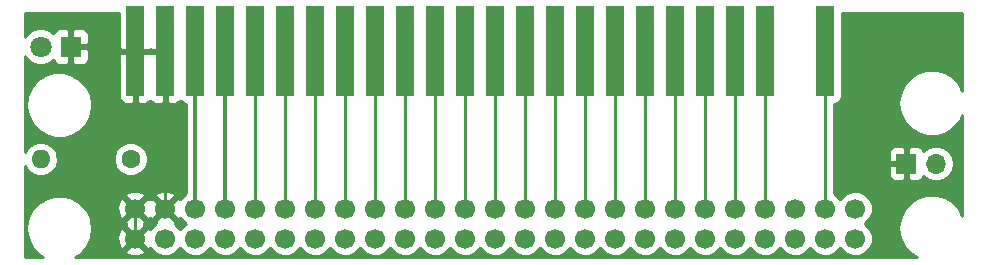
<source format=gbr>
G04 #@! TF.GenerationSoftware,KiCad,Pcbnew,(5.0.1-3-g963ef8bb5)*
G04 #@! TF.CreationDate,2020-10-05T19:50:21+01:00*
G04 #@! TF.ProjectId,ACE_Backplane_Adaptor_B,4143455F4261636B706C616E655F4164,rev?*
G04 #@! TF.SameCoordinates,Original*
G04 #@! TF.FileFunction,Copper,L1,Top,Signal*
G04 #@! TF.FilePolarity,Positive*
%FSLAX46Y46*%
G04 Gerber Fmt 4.6, Leading zero omitted, Abs format (unit mm)*
G04 Created by KiCad (PCBNEW (5.0.1-3-g963ef8bb5)) date Monday, 05 October 2020 at 19:50:21*
%MOMM*%
%LPD*%
G01*
G04 APERTURE LIST*
G04 #@! TA.AperFunction,ComponentPad*
%ADD10R,1.700000X1.700000*%
G04 #@! TD*
G04 #@! TA.AperFunction,ComponentPad*
%ADD11O,1.700000X1.700000*%
G04 #@! TD*
G04 #@! TA.AperFunction,SMDPad,CuDef*
%ADD12R,1.524000X7.620000*%
G04 #@! TD*
G04 #@! TA.AperFunction,ComponentPad*
%ADD13R,1.800000X1.800000*%
G04 #@! TD*
G04 #@! TA.AperFunction,ComponentPad*
%ADD14C,1.800000*%
G04 #@! TD*
G04 #@! TA.AperFunction,ComponentPad*
%ADD15C,1.600000*%
G04 #@! TD*
G04 #@! TA.AperFunction,ComponentPad*
%ADD16O,1.600000X1.600000*%
G04 #@! TD*
G04 #@! TA.AperFunction,ComponentPad*
%ADD17C,1.700000*%
G04 #@! TD*
G04 #@! TA.AperFunction,Conductor*
%ADD18C,0.250000*%
G04 #@! TD*
G04 #@! TA.AperFunction,Conductor*
%ADD19C,0.300000*%
G04 #@! TD*
G04 #@! TA.AperFunction,Conductor*
%ADD20C,0.254000*%
G04 #@! TD*
G04 APERTURE END LIST*
D10*
G04 #@! TO.P,J2,1*
G04 #@! TO.N,GND*
X184785000Y-91694000D03*
D11*
G04 #@! TO.P,J2,2*
G04 #@! TO.N,Net-(J1-PadB12)*
X187325000Y-91694000D03*
G04 #@! TD*
D12*
G04 #@! TO.P,Z1,A14*
G04 #@! TO.N,Net-(J1-PadA14)*
X152527000Y-82169000D03*
G04 #@! TO.P,Z1,A15*
G04 #@! TO.N,Net-(J1-PadA15)*
X155067000Y-82169000D03*
G04 #@! TO.P,Z1,A16*
G04 #@! TO.N,Net-(J1-PadA16)*
X157607000Y-82169000D03*
G04 #@! TO.P,Z1,A17*
G04 #@! TO.N,Net-(J1-PadA17)*
X160147000Y-82169000D03*
G04 #@! TO.P,Z1,A21*
G04 #@! TO.N,Net-(J1-PadA21)*
X170307000Y-82169000D03*
G04 #@! TO.P,Z1,A20*
G04 #@! TO.N,Net-(J1-PadA20)*
X167767000Y-82169000D03*
G04 #@! TO.P,Z1,A19*
G04 #@! TO.N,Net-(J1-PadA19)*
X165227000Y-82169000D03*
G04 #@! TO.P,Z1,A18*
G04 #@! TO.N,Net-(J1-PadA18)*
X162687000Y-82169000D03*
G04 #@! TO.P,Z1,A5*
G04 #@! TO.N,Net-(J1-PadA5)*
X129667000Y-82169000D03*
G04 #@! TO.P,Z1,A24*
G04 #@! TO.N,Net-(J1-PadA24)*
X177927000Y-82169000D03*
G04 #@! TO.P,Z1,A22*
G04 #@! TO.N,Net-(J1-PadA22)*
X172847000Y-82169000D03*
G04 #@! TO.P,Z1,A6*
G04 #@! TO.N,Net-(J1-PadA6)*
X132207000Y-82169000D03*
G04 #@! TO.P,Z1,A7*
G04 #@! TO.N,Net-(J1-PadA7)*
X134747000Y-82169000D03*
G04 #@! TO.P,Z1,A8*
G04 #@! TO.N,Net-(J1-PadA8)*
X137287000Y-82169000D03*
G04 #@! TO.P,Z1,A9*
G04 #@! TO.N,Net-(J1-PadA9)*
X139827000Y-82169000D03*
G04 #@! TO.P,Z1,A13*
G04 #@! TO.N,Net-(J1-PadA13)*
X149987000Y-82169000D03*
G04 #@! TO.P,Z1,A12*
G04 #@! TO.N,Net-(J1-PadA12)*
X147447000Y-82169000D03*
G04 #@! TO.P,Z1,A11*
G04 #@! TO.N,Net-(J1-PadA11)*
X144907000Y-82169000D03*
G04 #@! TO.P,Z1,A10*
G04 #@! TO.N,Net-(J1-PadA10)*
X142367000Y-82169000D03*
G04 #@! TO.P,Z1,A3*
G04 #@! TO.N,Net-(J1-PadA3)*
X124587000Y-82169000D03*
G04 #@! TO.P,Z1,A4*
G04 #@! TO.N,Net-(J1-PadA4)*
X127127000Y-82169000D03*
G04 #@! TO.P,Z1,A2*
G04 #@! TO.N,GND*
X122047000Y-82169000D03*
G04 #@! TO.P,Z1,A1*
X119507000Y-82169000D03*
G04 #@! TD*
D13*
G04 #@! TO.P,D1,1*
G04 #@! TO.N,GND*
X114046000Y-81788000D03*
D14*
G04 #@! TO.P,D1,2*
G04 #@! TO.N,Net-(D1-Pad2)*
X111506000Y-81788000D03*
G04 #@! TD*
D15*
G04 #@! TO.P,R1,1*
G04 #@! TO.N,Net-(J1-PadA4)*
X119126000Y-91313000D03*
D16*
G04 #@! TO.P,R1,2*
G04 #@! TO.N,Net-(D1-Pad2)*
X111506000Y-91313000D03*
G04 #@! TD*
D17*
G04 #@! TO.P,J1,A14*
G04 #@! TO.N,Net-(J1-PadA14)*
X152527000Y-95504000D03*
G04 #@! TO.P,J1,A15*
G04 #@! TO.N,Net-(J1-PadA15)*
X155067000Y-95504000D03*
G04 #@! TO.P,J1,A16*
G04 #@! TO.N,Net-(J1-PadA16)*
X157607000Y-95504000D03*
G04 #@! TO.P,J1,A17*
G04 #@! TO.N,Net-(J1-PadA17)*
X160147000Y-95504000D03*
G04 #@! TO.P,J1,A18*
G04 #@! TO.N,Net-(J1-PadA18)*
X162687000Y-95504000D03*
G04 #@! TO.P,J1,A19*
G04 #@! TO.N,Net-(J1-PadA19)*
X165227000Y-95504000D03*
G04 #@! TO.P,J1,A20*
G04 #@! TO.N,Net-(J1-PadA20)*
X167767000Y-95504000D03*
G04 #@! TO.P,J1,A21*
G04 #@! TO.N,Net-(J1-PadA21)*
X170307000Y-95504000D03*
G04 #@! TO.P,J1,A22*
G04 #@! TO.N,Net-(J1-PadA22)*
X172847000Y-95504000D03*
G04 #@! TO.P,J1,*
G04 #@! TO.N,*
X175387000Y-95504000D03*
G04 #@! TO.P,J1,A24*
G04 #@! TO.N,Net-(J1-PadA24)*
X177927000Y-95504000D03*
G04 #@! TO.P,J1,A13*
G04 #@! TO.N,Net-(J1-PadA13)*
X149987000Y-95504000D03*
G04 #@! TO.P,J1,A12*
G04 #@! TO.N,Net-(J1-PadA12)*
X147447000Y-95504000D03*
G04 #@! TO.P,J1,A11*
G04 #@! TO.N,Net-(J1-PadA11)*
X144907000Y-95504000D03*
G04 #@! TO.P,J1,A10*
G04 #@! TO.N,Net-(J1-PadA10)*
X142367000Y-95504000D03*
G04 #@! TO.P,J1,A9*
G04 #@! TO.N,Net-(J1-PadA9)*
X139827000Y-95504000D03*
G04 #@! TO.P,J1,A8*
G04 #@! TO.N,Net-(J1-PadA8)*
X137287000Y-95504000D03*
G04 #@! TO.P,J1,A7*
G04 #@! TO.N,Net-(J1-PadA7)*
X134747000Y-95504000D03*
G04 #@! TO.P,J1,A6*
G04 #@! TO.N,Net-(J1-PadA6)*
X132207000Y-95504000D03*
G04 #@! TO.P,J1,A5*
G04 #@! TO.N,Net-(J1-PadA5)*
X129667000Y-95504000D03*
G04 #@! TO.P,J1,A4*
G04 #@! TO.N,Net-(J1-PadA4)*
X127127000Y-95504000D03*
G04 #@! TO.P,J1,A3*
G04 #@! TO.N,Net-(J1-PadA3)*
X124587000Y-95504000D03*
G04 #@! TO.P,J1,A2*
G04 #@! TO.N,GND*
X122047000Y-95504000D03*
G04 #@! TO.P,J1,A1*
X119507000Y-95504000D03*
G04 #@! TO.P,J1,B1*
X119507000Y-98044000D03*
G04 #@! TO.P,J1,B2*
G04 #@! TO.N,Net-(J1-PadB2)*
X122047000Y-98044000D03*
G04 #@! TO.P,J1,B3*
G04 #@! TO.N,Net-(J1-PadB3)*
X124587000Y-98044000D03*
G04 #@! TO.P,J1,B4*
G04 #@! TO.N,Net-(J1-PadB4)*
X127127000Y-98044000D03*
G04 #@! TO.P,J1,B5*
G04 #@! TO.N,Net-(J1-PadB5)*
X129667000Y-98044000D03*
G04 #@! TO.P,J1,B6*
G04 #@! TO.N,Net-(J1-PadB6)*
X132207000Y-98044000D03*
G04 #@! TO.P,J1,B7*
G04 #@! TO.N,Net-(J1-PadB7)*
X134747000Y-98044000D03*
G04 #@! TO.P,J1,B8*
G04 #@! TO.N,Net-(J1-PadB8)*
X137287000Y-98044000D03*
G04 #@! TO.P,J1,B9*
G04 #@! TO.N,Net-(J1-PadB9)*
X139827000Y-98044000D03*
G04 #@! TO.P,J1,B10*
G04 #@! TO.N,Net-(J1-PadB10)*
X142367000Y-98044000D03*
G04 #@! TO.P,J1,B11*
G04 #@! TO.N,Net-(J1-PadB11)*
X144907000Y-98044000D03*
G04 #@! TO.P,J1,B12*
G04 #@! TO.N,Net-(J1-PadB12)*
X147447000Y-98044000D03*
G04 #@! TO.P,J1,B13*
G04 #@! TO.N,Net-(J1-PadB13)*
X149987000Y-98044000D03*
G04 #@! TO.P,J1,B24*
G04 #@! TO.N,Net-(J1-PadB24)*
X177927000Y-98044000D03*
G04 #@! TO.P,J1,*
G04 #@! TO.N,*
X175387000Y-98044000D03*
G04 #@! TO.P,J1,B22*
G04 #@! TO.N,Net-(J1-PadB22)*
X172847000Y-98044000D03*
G04 #@! TO.P,J1,B21*
G04 #@! TO.N,Net-(J1-PadB21)*
X170307000Y-98044000D03*
G04 #@! TO.P,J1,B20*
G04 #@! TO.N,Net-(J1-PadB20)*
X167767000Y-98044000D03*
G04 #@! TO.P,J1,B19*
G04 #@! TO.N,Net-(J1-PadB19)*
X165227000Y-98044000D03*
G04 #@! TO.P,J1,B18*
G04 #@! TO.N,Net-(J1-PadB18)*
X162687000Y-98044000D03*
G04 #@! TO.P,J1,B17*
G04 #@! TO.N,Net-(J1-PadB17)*
X160147000Y-98044000D03*
G04 #@! TO.P,J1,B16*
G04 #@! TO.N,Net-(J1-PadB16)*
X157607000Y-98044000D03*
G04 #@! TO.P,J1,B15*
G04 #@! TO.N,Net-(J1-PadB15)*
X155067000Y-98044000D03*
G04 #@! TO.P,J1,B14*
G04 #@! TO.N,Net-(J1-PadB14)*
X152527000Y-98044000D03*
G04 #@! TO.P,J1,A25*
G04 #@! TO.N,N/C*
X180467000Y-95504000D03*
G04 #@! TO.P,J1,B25*
X180467000Y-98044000D03*
G04 #@! TD*
D18*
G04 #@! TO.N,GND*
X122047000Y-95504000D02*
X122047000Y-82169000D01*
X119507000Y-98044000D02*
X119507000Y-95504000D01*
X121197001Y-94654001D02*
X122047000Y-95504000D01*
X120356999Y-94654001D02*
X121197001Y-94654001D01*
X119507000Y-95504000D02*
X120356999Y-94654001D01*
G04 #@! TO.N,Net-(J1-PadA14)*
X152527000Y-94301919D02*
X152527000Y-82169000D01*
X152527000Y-95504000D02*
X152527000Y-94301919D01*
G04 #@! TO.N,Net-(J1-PadA15)*
X155067000Y-95504000D02*
X155067000Y-82169000D01*
G04 #@! TO.N,Net-(J1-PadA16)*
X157607000Y-95504000D02*
X157607000Y-82169000D01*
G04 #@! TO.N,Net-(J1-PadA17)*
X160147000Y-95504000D02*
X160147000Y-82169000D01*
G04 #@! TO.N,Net-(J1-PadA18)*
X162687000Y-95504000D02*
X162687000Y-82169000D01*
G04 #@! TO.N,Net-(J1-PadA19)*
X165227000Y-95504000D02*
X165227000Y-82169000D01*
G04 #@! TO.N,Net-(J1-PadA20)*
X167767000Y-95504000D02*
X167767000Y-82169000D01*
G04 #@! TO.N,Net-(J1-PadA21)*
X170307000Y-95504000D02*
X170307000Y-82169000D01*
G04 #@! TO.N,Net-(J1-PadA22)*
X172847000Y-95504000D02*
X172847000Y-82169000D01*
G04 #@! TO.N,Net-(J1-PadA24)*
X177927000Y-95504000D02*
X177927000Y-82169000D01*
G04 #@! TO.N,Net-(J1-PadA13)*
X149987000Y-95504000D02*
X149987000Y-82169000D01*
G04 #@! TO.N,Net-(J1-PadA12)*
X147447000Y-95504000D02*
X147447000Y-82169000D01*
G04 #@! TO.N,Net-(J1-PadA11)*
X144907000Y-95504000D02*
X144907000Y-82169000D01*
G04 #@! TO.N,Net-(J1-PadA10)*
X142367000Y-95504000D02*
X142367000Y-82169000D01*
G04 #@! TO.N,Net-(J1-PadA9)*
X139827000Y-95504000D02*
X139827000Y-82169000D01*
G04 #@! TO.N,Net-(J1-PadA8)*
X137287000Y-95504000D02*
X137287000Y-82169000D01*
G04 #@! TO.N,Net-(J1-PadA7)*
X134747000Y-95504000D02*
X134747000Y-82169000D01*
G04 #@! TO.N,Net-(J1-PadA6)*
X132207000Y-95504000D02*
X132207000Y-82169000D01*
G04 #@! TO.N,Net-(J1-PadA5)*
X129667000Y-95504000D02*
X129667000Y-82169000D01*
D19*
G04 #@! TO.N,Net-(J1-PadA4)*
X127127000Y-95504000D02*
X127127000Y-82169000D01*
G04 #@! TO.N,Net-(J1-PadA3)*
X124587000Y-95504000D02*
X124587000Y-82169000D01*
G04 #@! TD*
D20*
G04 #@! TO.N,GND*
G36*
X118110000Y-81883250D02*
X118268750Y-82042000D01*
X119380000Y-82042000D01*
X119380000Y-82022000D01*
X119634000Y-82022000D01*
X119634000Y-82042000D01*
X120745250Y-82042000D01*
X120777000Y-82010250D01*
X120808750Y-82042000D01*
X121920000Y-82042000D01*
X121920000Y-82022000D01*
X122174000Y-82022000D01*
X122174000Y-82042000D01*
X122194000Y-82042000D01*
X122194000Y-82296000D01*
X122174000Y-82296000D01*
X122174000Y-86455250D01*
X122332750Y-86614000D01*
X122935309Y-86614000D01*
X123168698Y-86517327D01*
X123319937Y-86366089D01*
X123367191Y-86436809D01*
X123577235Y-86577157D01*
X123802001Y-86621865D01*
X123802000Y-94221805D01*
X123745815Y-94245078D01*
X123328078Y-94662815D01*
X123308845Y-94709247D01*
X123090958Y-94639647D01*
X122226605Y-95504000D01*
X123090958Y-96368353D01*
X123308845Y-96298753D01*
X123328078Y-96345185D01*
X123745815Y-96762922D01*
X123772560Y-96774000D01*
X123745815Y-96785078D01*
X123328078Y-97202815D01*
X123317000Y-97229560D01*
X123305922Y-97202815D01*
X122888185Y-96785078D01*
X122841753Y-96765845D01*
X122911353Y-96547958D01*
X122047000Y-95683605D01*
X121182647Y-96547958D01*
X121252247Y-96765845D01*
X121205815Y-96785078D01*
X120788078Y-97202815D01*
X120768845Y-97249247D01*
X120550958Y-97179647D01*
X119686605Y-98044000D01*
X120550958Y-98908353D01*
X120768845Y-98838753D01*
X120788078Y-98885185D01*
X121205815Y-99302922D01*
X121751615Y-99529000D01*
X122342385Y-99529000D01*
X122888185Y-99302922D01*
X123305922Y-98885185D01*
X123317000Y-98858440D01*
X123328078Y-98885185D01*
X123745815Y-99302922D01*
X124291615Y-99529000D01*
X124882385Y-99529000D01*
X125428185Y-99302922D01*
X125845922Y-98885185D01*
X125857000Y-98858440D01*
X125868078Y-98885185D01*
X126285815Y-99302922D01*
X126831615Y-99529000D01*
X127422385Y-99529000D01*
X127968185Y-99302922D01*
X128385922Y-98885185D01*
X128397000Y-98858440D01*
X128408078Y-98885185D01*
X128825815Y-99302922D01*
X129371615Y-99529000D01*
X129962385Y-99529000D01*
X130508185Y-99302922D01*
X130925922Y-98885185D01*
X130937000Y-98858440D01*
X130948078Y-98885185D01*
X131365815Y-99302922D01*
X131911615Y-99529000D01*
X132502385Y-99529000D01*
X133048185Y-99302922D01*
X133465922Y-98885185D01*
X133477000Y-98858440D01*
X133488078Y-98885185D01*
X133905815Y-99302922D01*
X134451615Y-99529000D01*
X135042385Y-99529000D01*
X135588185Y-99302922D01*
X136005922Y-98885185D01*
X136017000Y-98858440D01*
X136028078Y-98885185D01*
X136445815Y-99302922D01*
X136991615Y-99529000D01*
X137582385Y-99529000D01*
X138128185Y-99302922D01*
X138545922Y-98885185D01*
X138557000Y-98858440D01*
X138568078Y-98885185D01*
X138985815Y-99302922D01*
X139531615Y-99529000D01*
X140122385Y-99529000D01*
X140668185Y-99302922D01*
X141085922Y-98885185D01*
X141097000Y-98858440D01*
X141108078Y-98885185D01*
X141525815Y-99302922D01*
X142071615Y-99529000D01*
X142662385Y-99529000D01*
X143208185Y-99302922D01*
X143625922Y-98885185D01*
X143637000Y-98858440D01*
X143648078Y-98885185D01*
X144065815Y-99302922D01*
X144611615Y-99529000D01*
X145202385Y-99529000D01*
X145748185Y-99302922D01*
X146165922Y-98885185D01*
X146177000Y-98858440D01*
X146188078Y-98885185D01*
X146605815Y-99302922D01*
X147151615Y-99529000D01*
X147742385Y-99529000D01*
X148288185Y-99302922D01*
X148705922Y-98885185D01*
X148717000Y-98858440D01*
X148728078Y-98885185D01*
X149145815Y-99302922D01*
X149691615Y-99529000D01*
X150282385Y-99529000D01*
X150828185Y-99302922D01*
X151245922Y-98885185D01*
X151257000Y-98858440D01*
X151268078Y-98885185D01*
X151685815Y-99302922D01*
X152231615Y-99529000D01*
X152822385Y-99529000D01*
X153368185Y-99302922D01*
X153785922Y-98885185D01*
X153797000Y-98858440D01*
X153808078Y-98885185D01*
X154225815Y-99302922D01*
X154771615Y-99529000D01*
X155362385Y-99529000D01*
X155908185Y-99302922D01*
X156325922Y-98885185D01*
X156337000Y-98858440D01*
X156348078Y-98885185D01*
X156765815Y-99302922D01*
X157311615Y-99529000D01*
X157902385Y-99529000D01*
X158448185Y-99302922D01*
X158865922Y-98885185D01*
X158877000Y-98858440D01*
X158888078Y-98885185D01*
X159305815Y-99302922D01*
X159851615Y-99529000D01*
X160442385Y-99529000D01*
X160988185Y-99302922D01*
X161405922Y-98885185D01*
X161417000Y-98858440D01*
X161428078Y-98885185D01*
X161845815Y-99302922D01*
X162391615Y-99529000D01*
X162982385Y-99529000D01*
X163528185Y-99302922D01*
X163945922Y-98885185D01*
X163957000Y-98858440D01*
X163968078Y-98885185D01*
X164385815Y-99302922D01*
X164931615Y-99529000D01*
X165522385Y-99529000D01*
X166068185Y-99302922D01*
X166485922Y-98885185D01*
X166497000Y-98858440D01*
X166508078Y-98885185D01*
X166925815Y-99302922D01*
X167471615Y-99529000D01*
X168062385Y-99529000D01*
X168608185Y-99302922D01*
X169025922Y-98885185D01*
X169037000Y-98858440D01*
X169048078Y-98885185D01*
X169465815Y-99302922D01*
X170011615Y-99529000D01*
X170602385Y-99529000D01*
X171148185Y-99302922D01*
X171565922Y-98885185D01*
X171577000Y-98858440D01*
X171588078Y-98885185D01*
X172005815Y-99302922D01*
X172551615Y-99529000D01*
X173142385Y-99529000D01*
X173688185Y-99302922D01*
X174105922Y-98885185D01*
X174117000Y-98858440D01*
X174128078Y-98885185D01*
X174545815Y-99302922D01*
X175091615Y-99529000D01*
X175682385Y-99529000D01*
X176228185Y-99302922D01*
X176645922Y-98885185D01*
X176657000Y-98858440D01*
X176668078Y-98885185D01*
X177085815Y-99302922D01*
X177631615Y-99529000D01*
X178222385Y-99529000D01*
X178768185Y-99302922D01*
X179185922Y-98885185D01*
X179197000Y-98858440D01*
X179208078Y-98885185D01*
X179625815Y-99302922D01*
X180171615Y-99529000D01*
X180762385Y-99529000D01*
X181308185Y-99302922D01*
X181725922Y-98885185D01*
X181952000Y-98339385D01*
X181952000Y-97748615D01*
X181725922Y-97202815D01*
X181308185Y-96785078D01*
X181281440Y-96774000D01*
X181308185Y-96762922D01*
X181725922Y-96345185D01*
X181952000Y-95799385D01*
X181952000Y-95208615D01*
X181725922Y-94662815D01*
X181308185Y-94245078D01*
X180762385Y-94019000D01*
X180171615Y-94019000D01*
X179625815Y-94245078D01*
X179208078Y-94662815D01*
X179197000Y-94689560D01*
X179185922Y-94662815D01*
X178768185Y-94245078D01*
X178687000Y-94211450D01*
X178687000Y-91979750D01*
X183300000Y-91979750D01*
X183300000Y-92670309D01*
X183396673Y-92903698D01*
X183575301Y-93082327D01*
X183808690Y-93179000D01*
X184499250Y-93179000D01*
X184658000Y-93020250D01*
X184658000Y-91821000D01*
X183458750Y-91821000D01*
X183300000Y-91979750D01*
X178687000Y-91979750D01*
X178687000Y-90717691D01*
X183300000Y-90717691D01*
X183300000Y-91408250D01*
X183458750Y-91567000D01*
X184658000Y-91567000D01*
X184658000Y-90367750D01*
X184912000Y-90367750D01*
X184912000Y-91567000D01*
X184932000Y-91567000D01*
X184932000Y-91821000D01*
X184912000Y-91821000D01*
X184912000Y-93020250D01*
X185070750Y-93179000D01*
X185761310Y-93179000D01*
X185994699Y-93082327D01*
X186173327Y-92903698D01*
X186239904Y-92742967D01*
X186254375Y-92764625D01*
X186745582Y-93092839D01*
X187178744Y-93179000D01*
X187471256Y-93179000D01*
X187904418Y-93092839D01*
X188395625Y-92764625D01*
X188723839Y-92273418D01*
X188839092Y-91694000D01*
X188723839Y-91114582D01*
X188395625Y-90623375D01*
X187904418Y-90295161D01*
X187471256Y-90209000D01*
X187178744Y-90209000D01*
X186745582Y-90295161D01*
X186254375Y-90623375D01*
X186239904Y-90645033D01*
X186173327Y-90484302D01*
X185994699Y-90305673D01*
X185761310Y-90209000D01*
X185070750Y-90209000D01*
X184912000Y-90367750D01*
X184658000Y-90367750D01*
X184499250Y-90209000D01*
X183808690Y-90209000D01*
X183575301Y-90305673D01*
X183396673Y-90484302D01*
X183300000Y-90717691D01*
X178687000Y-90717691D01*
X178687000Y-86626440D01*
X178689000Y-86626440D01*
X178936765Y-86577157D01*
X179146809Y-86436809D01*
X179287157Y-86226765D01*
X179336440Y-85979000D01*
X179336440Y-78942000D01*
X189536001Y-78942000D01*
X189536001Y-85537809D01*
X189269450Y-84987648D01*
X188735744Y-84398018D01*
X188058000Y-83981882D01*
X187290702Y-83772693D01*
X186495533Y-83787267D01*
X185736416Y-84024432D01*
X185074376Y-84465124D01*
X184562634Y-85073914D01*
X184242329Y-85801864D01*
X184139209Y-86590453D01*
X184261565Y-87376287D01*
X184599560Y-88096193D01*
X185126024Y-88692299D01*
X185798633Y-89116684D01*
X186563318Y-89335232D01*
X187358605Y-89330373D01*
X188120563Y-89102500D01*
X188787938Y-88669929D01*
X189307079Y-88067436D01*
X189536001Y-87563950D01*
X189536000Y-96118624D01*
X189269450Y-95568464D01*
X188735744Y-94978834D01*
X188058000Y-94562698D01*
X187290702Y-94353509D01*
X186495533Y-94368083D01*
X185736416Y-94605248D01*
X185074376Y-95045940D01*
X184562634Y-95654730D01*
X184242329Y-96382680D01*
X184139209Y-97171269D01*
X184261565Y-97957103D01*
X184599560Y-98677009D01*
X185126024Y-99273115D01*
X185675803Y-99620000D01*
X114447801Y-99620000D01*
X114924955Y-99310724D01*
X115116902Y-99087958D01*
X118642647Y-99087958D01*
X118722920Y-99339259D01*
X119278279Y-99540718D01*
X119868458Y-99514315D01*
X120291080Y-99339259D01*
X120371353Y-99087958D01*
X119507000Y-98223605D01*
X118642647Y-99087958D01*
X115116902Y-99087958D01*
X115444096Y-98708231D01*
X115773271Y-97984249D01*
X115797469Y-97815279D01*
X118010282Y-97815279D01*
X118036685Y-98405458D01*
X118211741Y-98828080D01*
X118463042Y-98908353D01*
X119327395Y-98044000D01*
X118463042Y-97179647D01*
X118211741Y-97259920D01*
X118010282Y-97815279D01*
X115797469Y-97815279D01*
X115886017Y-97196979D01*
X115885180Y-97128447D01*
X115787519Y-96547958D01*
X118642647Y-96547958D01*
X118714852Y-96774000D01*
X118642647Y-97000042D01*
X119507000Y-97864395D01*
X120371353Y-97000042D01*
X120299148Y-96774000D01*
X120371353Y-96547958D01*
X119507000Y-95683605D01*
X118642647Y-96547958D01*
X115787519Y-96547958D01*
X115753232Y-96344166D01*
X115406467Y-95628443D01*
X115086800Y-95275279D01*
X118010282Y-95275279D01*
X118036685Y-95865458D01*
X118211741Y-96288080D01*
X118463042Y-96368353D01*
X119327395Y-95504000D01*
X119686605Y-95504000D01*
X120550958Y-96368353D01*
X120777000Y-96296148D01*
X121003042Y-96368353D01*
X121867395Y-95504000D01*
X121003042Y-94639647D01*
X120777000Y-94711852D01*
X120550958Y-94639647D01*
X119686605Y-95504000D01*
X119327395Y-95504000D01*
X118463042Y-94639647D01*
X118211741Y-94719920D01*
X118010282Y-95275279D01*
X115086800Y-95275279D01*
X114872761Y-95038813D01*
X114195017Y-94622677D01*
X113598478Y-94460042D01*
X118642647Y-94460042D01*
X119507000Y-95324395D01*
X120371353Y-94460042D01*
X121182647Y-94460042D01*
X122047000Y-95324395D01*
X122911353Y-94460042D01*
X122831080Y-94208741D01*
X122275721Y-94007282D01*
X121685542Y-94033685D01*
X121262920Y-94208741D01*
X121182647Y-94460042D01*
X120371353Y-94460042D01*
X120291080Y-94208741D01*
X119735721Y-94007282D01*
X119145542Y-94033685D01*
X118722920Y-94208741D01*
X118642647Y-94460042D01*
X113598478Y-94460042D01*
X113427719Y-94413488D01*
X112632550Y-94428062D01*
X111873433Y-94665227D01*
X111211393Y-95105919D01*
X110699651Y-95714709D01*
X110379346Y-96442659D01*
X110276226Y-97231248D01*
X110398582Y-98017082D01*
X110736577Y-98736988D01*
X111263041Y-99333094D01*
X111717759Y-99620000D01*
X110184000Y-99620000D01*
X110184000Y-91917418D01*
X110471423Y-92347577D01*
X110946091Y-92664740D01*
X111364667Y-92748000D01*
X111647333Y-92748000D01*
X112065909Y-92664740D01*
X112540577Y-92347577D01*
X112857740Y-91872909D01*
X112969113Y-91313000D01*
X112912336Y-91027561D01*
X117691000Y-91027561D01*
X117691000Y-91598439D01*
X117909466Y-92125862D01*
X118313138Y-92529534D01*
X118840561Y-92748000D01*
X119411439Y-92748000D01*
X119938862Y-92529534D01*
X120342534Y-92125862D01*
X120561000Y-91598439D01*
X120561000Y-91027561D01*
X120342534Y-90500138D01*
X119938862Y-90096466D01*
X119411439Y-89878000D01*
X118840561Y-89878000D01*
X118313138Y-90096466D01*
X117909466Y-90500138D01*
X117691000Y-91027561D01*
X112912336Y-91027561D01*
X112857740Y-90753091D01*
X112540577Y-90278423D01*
X112065909Y-89961260D01*
X111647333Y-89878000D01*
X111364667Y-89878000D01*
X110946091Y-89961260D01*
X110471423Y-90278423D01*
X110184000Y-90708582D01*
X110184000Y-86781248D01*
X110276226Y-86781248D01*
X110398582Y-87567082D01*
X110736577Y-88286988D01*
X111263041Y-88883094D01*
X111935650Y-89307479D01*
X112700335Y-89526027D01*
X113495622Y-89521168D01*
X114257580Y-89293295D01*
X114924955Y-88860724D01*
X115444096Y-88258231D01*
X115773271Y-87534249D01*
X115886017Y-86746979D01*
X115885180Y-86678447D01*
X115753232Y-85894166D01*
X115406467Y-85178443D01*
X114872761Y-84588813D01*
X114195017Y-84172677D01*
X113427719Y-83963488D01*
X112632550Y-83978062D01*
X111873433Y-84215227D01*
X111211393Y-84655919D01*
X110699651Y-85264709D01*
X110379346Y-85992659D01*
X110276226Y-86781248D01*
X110184000Y-86781248D01*
X110184000Y-82607557D01*
X110204690Y-82657507D01*
X110636493Y-83089310D01*
X111200670Y-83323000D01*
X111811330Y-83323000D01*
X112375507Y-83089310D01*
X112551861Y-82912956D01*
X112607673Y-83047699D01*
X112786302Y-83226327D01*
X113019691Y-83323000D01*
X113760250Y-83323000D01*
X113919000Y-83164250D01*
X113919000Y-81915000D01*
X114173000Y-81915000D01*
X114173000Y-83164250D01*
X114331750Y-83323000D01*
X115072309Y-83323000D01*
X115305698Y-83226327D01*
X115484327Y-83047699D01*
X115581000Y-82814310D01*
X115581000Y-82454750D01*
X118110000Y-82454750D01*
X118110000Y-86105310D01*
X118206673Y-86338699D01*
X118385302Y-86517327D01*
X118618691Y-86614000D01*
X119221250Y-86614000D01*
X119380000Y-86455250D01*
X119380000Y-82296000D01*
X119634000Y-82296000D01*
X119634000Y-86455250D01*
X119792750Y-86614000D01*
X120395309Y-86614000D01*
X120628698Y-86517327D01*
X120777000Y-86369026D01*
X120925302Y-86517327D01*
X121158691Y-86614000D01*
X121761250Y-86614000D01*
X121920000Y-86455250D01*
X121920000Y-82296000D01*
X120808750Y-82296000D01*
X120777000Y-82327750D01*
X120745250Y-82296000D01*
X119634000Y-82296000D01*
X119380000Y-82296000D01*
X118268750Y-82296000D01*
X118110000Y-82454750D01*
X115581000Y-82454750D01*
X115581000Y-82073750D01*
X115422250Y-81915000D01*
X114173000Y-81915000D01*
X113919000Y-81915000D01*
X113899000Y-81915000D01*
X113899000Y-81661000D01*
X113919000Y-81661000D01*
X113919000Y-80411750D01*
X114173000Y-80411750D01*
X114173000Y-81661000D01*
X115422250Y-81661000D01*
X115581000Y-81502250D01*
X115581000Y-80761690D01*
X115484327Y-80528301D01*
X115305698Y-80349673D01*
X115072309Y-80253000D01*
X114331750Y-80253000D01*
X114173000Y-80411750D01*
X113919000Y-80411750D01*
X113760250Y-80253000D01*
X113019691Y-80253000D01*
X112786302Y-80349673D01*
X112607673Y-80528301D01*
X112551861Y-80663044D01*
X112375507Y-80486690D01*
X111811330Y-80253000D01*
X111200670Y-80253000D01*
X110636493Y-80486690D01*
X110204690Y-80918493D01*
X110184000Y-80968443D01*
X110184000Y-78942000D01*
X118110000Y-78942000D01*
X118110000Y-81883250D01*
X118110000Y-81883250D01*
G37*
X118110000Y-81883250D02*
X118268750Y-82042000D01*
X119380000Y-82042000D01*
X119380000Y-82022000D01*
X119634000Y-82022000D01*
X119634000Y-82042000D01*
X120745250Y-82042000D01*
X120777000Y-82010250D01*
X120808750Y-82042000D01*
X121920000Y-82042000D01*
X121920000Y-82022000D01*
X122174000Y-82022000D01*
X122174000Y-82042000D01*
X122194000Y-82042000D01*
X122194000Y-82296000D01*
X122174000Y-82296000D01*
X122174000Y-86455250D01*
X122332750Y-86614000D01*
X122935309Y-86614000D01*
X123168698Y-86517327D01*
X123319937Y-86366089D01*
X123367191Y-86436809D01*
X123577235Y-86577157D01*
X123802001Y-86621865D01*
X123802000Y-94221805D01*
X123745815Y-94245078D01*
X123328078Y-94662815D01*
X123308845Y-94709247D01*
X123090958Y-94639647D01*
X122226605Y-95504000D01*
X123090958Y-96368353D01*
X123308845Y-96298753D01*
X123328078Y-96345185D01*
X123745815Y-96762922D01*
X123772560Y-96774000D01*
X123745815Y-96785078D01*
X123328078Y-97202815D01*
X123317000Y-97229560D01*
X123305922Y-97202815D01*
X122888185Y-96785078D01*
X122841753Y-96765845D01*
X122911353Y-96547958D01*
X122047000Y-95683605D01*
X121182647Y-96547958D01*
X121252247Y-96765845D01*
X121205815Y-96785078D01*
X120788078Y-97202815D01*
X120768845Y-97249247D01*
X120550958Y-97179647D01*
X119686605Y-98044000D01*
X120550958Y-98908353D01*
X120768845Y-98838753D01*
X120788078Y-98885185D01*
X121205815Y-99302922D01*
X121751615Y-99529000D01*
X122342385Y-99529000D01*
X122888185Y-99302922D01*
X123305922Y-98885185D01*
X123317000Y-98858440D01*
X123328078Y-98885185D01*
X123745815Y-99302922D01*
X124291615Y-99529000D01*
X124882385Y-99529000D01*
X125428185Y-99302922D01*
X125845922Y-98885185D01*
X125857000Y-98858440D01*
X125868078Y-98885185D01*
X126285815Y-99302922D01*
X126831615Y-99529000D01*
X127422385Y-99529000D01*
X127968185Y-99302922D01*
X128385922Y-98885185D01*
X128397000Y-98858440D01*
X128408078Y-98885185D01*
X128825815Y-99302922D01*
X129371615Y-99529000D01*
X129962385Y-99529000D01*
X130508185Y-99302922D01*
X130925922Y-98885185D01*
X130937000Y-98858440D01*
X130948078Y-98885185D01*
X131365815Y-99302922D01*
X131911615Y-99529000D01*
X132502385Y-99529000D01*
X133048185Y-99302922D01*
X133465922Y-98885185D01*
X133477000Y-98858440D01*
X133488078Y-98885185D01*
X133905815Y-99302922D01*
X134451615Y-99529000D01*
X135042385Y-99529000D01*
X135588185Y-99302922D01*
X136005922Y-98885185D01*
X136017000Y-98858440D01*
X136028078Y-98885185D01*
X136445815Y-99302922D01*
X136991615Y-99529000D01*
X137582385Y-99529000D01*
X138128185Y-99302922D01*
X138545922Y-98885185D01*
X138557000Y-98858440D01*
X138568078Y-98885185D01*
X138985815Y-99302922D01*
X139531615Y-99529000D01*
X140122385Y-99529000D01*
X140668185Y-99302922D01*
X141085922Y-98885185D01*
X141097000Y-98858440D01*
X141108078Y-98885185D01*
X141525815Y-99302922D01*
X142071615Y-99529000D01*
X142662385Y-99529000D01*
X143208185Y-99302922D01*
X143625922Y-98885185D01*
X143637000Y-98858440D01*
X143648078Y-98885185D01*
X144065815Y-99302922D01*
X144611615Y-99529000D01*
X145202385Y-99529000D01*
X145748185Y-99302922D01*
X146165922Y-98885185D01*
X146177000Y-98858440D01*
X146188078Y-98885185D01*
X146605815Y-99302922D01*
X147151615Y-99529000D01*
X147742385Y-99529000D01*
X148288185Y-99302922D01*
X148705922Y-98885185D01*
X148717000Y-98858440D01*
X148728078Y-98885185D01*
X149145815Y-99302922D01*
X149691615Y-99529000D01*
X150282385Y-99529000D01*
X150828185Y-99302922D01*
X151245922Y-98885185D01*
X151257000Y-98858440D01*
X151268078Y-98885185D01*
X151685815Y-99302922D01*
X152231615Y-99529000D01*
X152822385Y-99529000D01*
X153368185Y-99302922D01*
X153785922Y-98885185D01*
X153797000Y-98858440D01*
X153808078Y-98885185D01*
X154225815Y-99302922D01*
X154771615Y-99529000D01*
X155362385Y-99529000D01*
X155908185Y-99302922D01*
X156325922Y-98885185D01*
X156337000Y-98858440D01*
X156348078Y-98885185D01*
X156765815Y-99302922D01*
X157311615Y-99529000D01*
X157902385Y-99529000D01*
X158448185Y-99302922D01*
X158865922Y-98885185D01*
X158877000Y-98858440D01*
X158888078Y-98885185D01*
X159305815Y-99302922D01*
X159851615Y-99529000D01*
X160442385Y-99529000D01*
X160988185Y-99302922D01*
X161405922Y-98885185D01*
X161417000Y-98858440D01*
X161428078Y-98885185D01*
X161845815Y-99302922D01*
X162391615Y-99529000D01*
X162982385Y-99529000D01*
X163528185Y-99302922D01*
X163945922Y-98885185D01*
X163957000Y-98858440D01*
X163968078Y-98885185D01*
X164385815Y-99302922D01*
X164931615Y-99529000D01*
X165522385Y-99529000D01*
X166068185Y-99302922D01*
X166485922Y-98885185D01*
X166497000Y-98858440D01*
X166508078Y-98885185D01*
X166925815Y-99302922D01*
X167471615Y-99529000D01*
X168062385Y-99529000D01*
X168608185Y-99302922D01*
X169025922Y-98885185D01*
X169037000Y-98858440D01*
X169048078Y-98885185D01*
X169465815Y-99302922D01*
X170011615Y-99529000D01*
X170602385Y-99529000D01*
X171148185Y-99302922D01*
X171565922Y-98885185D01*
X171577000Y-98858440D01*
X171588078Y-98885185D01*
X172005815Y-99302922D01*
X172551615Y-99529000D01*
X173142385Y-99529000D01*
X173688185Y-99302922D01*
X174105922Y-98885185D01*
X174117000Y-98858440D01*
X174128078Y-98885185D01*
X174545815Y-99302922D01*
X175091615Y-99529000D01*
X175682385Y-99529000D01*
X176228185Y-99302922D01*
X176645922Y-98885185D01*
X176657000Y-98858440D01*
X176668078Y-98885185D01*
X177085815Y-99302922D01*
X177631615Y-99529000D01*
X178222385Y-99529000D01*
X178768185Y-99302922D01*
X179185922Y-98885185D01*
X179197000Y-98858440D01*
X179208078Y-98885185D01*
X179625815Y-99302922D01*
X180171615Y-99529000D01*
X180762385Y-99529000D01*
X181308185Y-99302922D01*
X181725922Y-98885185D01*
X181952000Y-98339385D01*
X181952000Y-97748615D01*
X181725922Y-97202815D01*
X181308185Y-96785078D01*
X181281440Y-96774000D01*
X181308185Y-96762922D01*
X181725922Y-96345185D01*
X181952000Y-95799385D01*
X181952000Y-95208615D01*
X181725922Y-94662815D01*
X181308185Y-94245078D01*
X180762385Y-94019000D01*
X180171615Y-94019000D01*
X179625815Y-94245078D01*
X179208078Y-94662815D01*
X179197000Y-94689560D01*
X179185922Y-94662815D01*
X178768185Y-94245078D01*
X178687000Y-94211450D01*
X178687000Y-91979750D01*
X183300000Y-91979750D01*
X183300000Y-92670309D01*
X183396673Y-92903698D01*
X183575301Y-93082327D01*
X183808690Y-93179000D01*
X184499250Y-93179000D01*
X184658000Y-93020250D01*
X184658000Y-91821000D01*
X183458750Y-91821000D01*
X183300000Y-91979750D01*
X178687000Y-91979750D01*
X178687000Y-90717691D01*
X183300000Y-90717691D01*
X183300000Y-91408250D01*
X183458750Y-91567000D01*
X184658000Y-91567000D01*
X184658000Y-90367750D01*
X184912000Y-90367750D01*
X184912000Y-91567000D01*
X184932000Y-91567000D01*
X184932000Y-91821000D01*
X184912000Y-91821000D01*
X184912000Y-93020250D01*
X185070750Y-93179000D01*
X185761310Y-93179000D01*
X185994699Y-93082327D01*
X186173327Y-92903698D01*
X186239904Y-92742967D01*
X186254375Y-92764625D01*
X186745582Y-93092839D01*
X187178744Y-93179000D01*
X187471256Y-93179000D01*
X187904418Y-93092839D01*
X188395625Y-92764625D01*
X188723839Y-92273418D01*
X188839092Y-91694000D01*
X188723839Y-91114582D01*
X188395625Y-90623375D01*
X187904418Y-90295161D01*
X187471256Y-90209000D01*
X187178744Y-90209000D01*
X186745582Y-90295161D01*
X186254375Y-90623375D01*
X186239904Y-90645033D01*
X186173327Y-90484302D01*
X185994699Y-90305673D01*
X185761310Y-90209000D01*
X185070750Y-90209000D01*
X184912000Y-90367750D01*
X184658000Y-90367750D01*
X184499250Y-90209000D01*
X183808690Y-90209000D01*
X183575301Y-90305673D01*
X183396673Y-90484302D01*
X183300000Y-90717691D01*
X178687000Y-90717691D01*
X178687000Y-86626440D01*
X178689000Y-86626440D01*
X178936765Y-86577157D01*
X179146809Y-86436809D01*
X179287157Y-86226765D01*
X179336440Y-85979000D01*
X179336440Y-78942000D01*
X189536001Y-78942000D01*
X189536001Y-85537809D01*
X189269450Y-84987648D01*
X188735744Y-84398018D01*
X188058000Y-83981882D01*
X187290702Y-83772693D01*
X186495533Y-83787267D01*
X185736416Y-84024432D01*
X185074376Y-84465124D01*
X184562634Y-85073914D01*
X184242329Y-85801864D01*
X184139209Y-86590453D01*
X184261565Y-87376287D01*
X184599560Y-88096193D01*
X185126024Y-88692299D01*
X185798633Y-89116684D01*
X186563318Y-89335232D01*
X187358605Y-89330373D01*
X188120563Y-89102500D01*
X188787938Y-88669929D01*
X189307079Y-88067436D01*
X189536001Y-87563950D01*
X189536000Y-96118624D01*
X189269450Y-95568464D01*
X188735744Y-94978834D01*
X188058000Y-94562698D01*
X187290702Y-94353509D01*
X186495533Y-94368083D01*
X185736416Y-94605248D01*
X185074376Y-95045940D01*
X184562634Y-95654730D01*
X184242329Y-96382680D01*
X184139209Y-97171269D01*
X184261565Y-97957103D01*
X184599560Y-98677009D01*
X185126024Y-99273115D01*
X185675803Y-99620000D01*
X114447801Y-99620000D01*
X114924955Y-99310724D01*
X115116902Y-99087958D01*
X118642647Y-99087958D01*
X118722920Y-99339259D01*
X119278279Y-99540718D01*
X119868458Y-99514315D01*
X120291080Y-99339259D01*
X120371353Y-99087958D01*
X119507000Y-98223605D01*
X118642647Y-99087958D01*
X115116902Y-99087958D01*
X115444096Y-98708231D01*
X115773271Y-97984249D01*
X115797469Y-97815279D01*
X118010282Y-97815279D01*
X118036685Y-98405458D01*
X118211741Y-98828080D01*
X118463042Y-98908353D01*
X119327395Y-98044000D01*
X118463042Y-97179647D01*
X118211741Y-97259920D01*
X118010282Y-97815279D01*
X115797469Y-97815279D01*
X115886017Y-97196979D01*
X115885180Y-97128447D01*
X115787519Y-96547958D01*
X118642647Y-96547958D01*
X118714852Y-96774000D01*
X118642647Y-97000042D01*
X119507000Y-97864395D01*
X120371353Y-97000042D01*
X120299148Y-96774000D01*
X120371353Y-96547958D01*
X119507000Y-95683605D01*
X118642647Y-96547958D01*
X115787519Y-96547958D01*
X115753232Y-96344166D01*
X115406467Y-95628443D01*
X115086800Y-95275279D01*
X118010282Y-95275279D01*
X118036685Y-95865458D01*
X118211741Y-96288080D01*
X118463042Y-96368353D01*
X119327395Y-95504000D01*
X119686605Y-95504000D01*
X120550958Y-96368353D01*
X120777000Y-96296148D01*
X121003042Y-96368353D01*
X121867395Y-95504000D01*
X121003042Y-94639647D01*
X120777000Y-94711852D01*
X120550958Y-94639647D01*
X119686605Y-95504000D01*
X119327395Y-95504000D01*
X118463042Y-94639647D01*
X118211741Y-94719920D01*
X118010282Y-95275279D01*
X115086800Y-95275279D01*
X114872761Y-95038813D01*
X114195017Y-94622677D01*
X113598478Y-94460042D01*
X118642647Y-94460042D01*
X119507000Y-95324395D01*
X120371353Y-94460042D01*
X121182647Y-94460042D01*
X122047000Y-95324395D01*
X122911353Y-94460042D01*
X122831080Y-94208741D01*
X122275721Y-94007282D01*
X121685542Y-94033685D01*
X121262920Y-94208741D01*
X121182647Y-94460042D01*
X120371353Y-94460042D01*
X120291080Y-94208741D01*
X119735721Y-94007282D01*
X119145542Y-94033685D01*
X118722920Y-94208741D01*
X118642647Y-94460042D01*
X113598478Y-94460042D01*
X113427719Y-94413488D01*
X112632550Y-94428062D01*
X111873433Y-94665227D01*
X111211393Y-95105919D01*
X110699651Y-95714709D01*
X110379346Y-96442659D01*
X110276226Y-97231248D01*
X110398582Y-98017082D01*
X110736577Y-98736988D01*
X111263041Y-99333094D01*
X111717759Y-99620000D01*
X110184000Y-99620000D01*
X110184000Y-91917418D01*
X110471423Y-92347577D01*
X110946091Y-92664740D01*
X111364667Y-92748000D01*
X111647333Y-92748000D01*
X112065909Y-92664740D01*
X112540577Y-92347577D01*
X112857740Y-91872909D01*
X112969113Y-91313000D01*
X112912336Y-91027561D01*
X117691000Y-91027561D01*
X117691000Y-91598439D01*
X117909466Y-92125862D01*
X118313138Y-92529534D01*
X118840561Y-92748000D01*
X119411439Y-92748000D01*
X119938862Y-92529534D01*
X120342534Y-92125862D01*
X120561000Y-91598439D01*
X120561000Y-91027561D01*
X120342534Y-90500138D01*
X119938862Y-90096466D01*
X119411439Y-89878000D01*
X118840561Y-89878000D01*
X118313138Y-90096466D01*
X117909466Y-90500138D01*
X117691000Y-91027561D01*
X112912336Y-91027561D01*
X112857740Y-90753091D01*
X112540577Y-90278423D01*
X112065909Y-89961260D01*
X111647333Y-89878000D01*
X111364667Y-89878000D01*
X110946091Y-89961260D01*
X110471423Y-90278423D01*
X110184000Y-90708582D01*
X110184000Y-86781248D01*
X110276226Y-86781248D01*
X110398582Y-87567082D01*
X110736577Y-88286988D01*
X111263041Y-88883094D01*
X111935650Y-89307479D01*
X112700335Y-89526027D01*
X113495622Y-89521168D01*
X114257580Y-89293295D01*
X114924955Y-88860724D01*
X115444096Y-88258231D01*
X115773271Y-87534249D01*
X115886017Y-86746979D01*
X115885180Y-86678447D01*
X115753232Y-85894166D01*
X115406467Y-85178443D01*
X114872761Y-84588813D01*
X114195017Y-84172677D01*
X113427719Y-83963488D01*
X112632550Y-83978062D01*
X111873433Y-84215227D01*
X111211393Y-84655919D01*
X110699651Y-85264709D01*
X110379346Y-85992659D01*
X110276226Y-86781248D01*
X110184000Y-86781248D01*
X110184000Y-82607557D01*
X110204690Y-82657507D01*
X110636493Y-83089310D01*
X111200670Y-83323000D01*
X111811330Y-83323000D01*
X112375507Y-83089310D01*
X112551861Y-82912956D01*
X112607673Y-83047699D01*
X112786302Y-83226327D01*
X113019691Y-83323000D01*
X113760250Y-83323000D01*
X113919000Y-83164250D01*
X113919000Y-81915000D01*
X114173000Y-81915000D01*
X114173000Y-83164250D01*
X114331750Y-83323000D01*
X115072309Y-83323000D01*
X115305698Y-83226327D01*
X115484327Y-83047699D01*
X115581000Y-82814310D01*
X115581000Y-82454750D01*
X118110000Y-82454750D01*
X118110000Y-86105310D01*
X118206673Y-86338699D01*
X118385302Y-86517327D01*
X118618691Y-86614000D01*
X119221250Y-86614000D01*
X119380000Y-86455250D01*
X119380000Y-82296000D01*
X119634000Y-82296000D01*
X119634000Y-86455250D01*
X119792750Y-86614000D01*
X120395309Y-86614000D01*
X120628698Y-86517327D01*
X120777000Y-86369026D01*
X120925302Y-86517327D01*
X121158691Y-86614000D01*
X121761250Y-86614000D01*
X121920000Y-86455250D01*
X121920000Y-82296000D01*
X120808750Y-82296000D01*
X120777000Y-82327750D01*
X120745250Y-82296000D01*
X119634000Y-82296000D01*
X119380000Y-82296000D01*
X118268750Y-82296000D01*
X118110000Y-82454750D01*
X115581000Y-82454750D01*
X115581000Y-82073750D01*
X115422250Y-81915000D01*
X114173000Y-81915000D01*
X113919000Y-81915000D01*
X113899000Y-81915000D01*
X113899000Y-81661000D01*
X113919000Y-81661000D01*
X113919000Y-80411750D01*
X114173000Y-80411750D01*
X114173000Y-81661000D01*
X115422250Y-81661000D01*
X115581000Y-81502250D01*
X115581000Y-80761690D01*
X115484327Y-80528301D01*
X115305698Y-80349673D01*
X115072309Y-80253000D01*
X114331750Y-80253000D01*
X114173000Y-80411750D01*
X113919000Y-80411750D01*
X113760250Y-80253000D01*
X113019691Y-80253000D01*
X112786302Y-80349673D01*
X112607673Y-80528301D01*
X112551861Y-80663044D01*
X112375507Y-80486690D01*
X111811330Y-80253000D01*
X111200670Y-80253000D01*
X110636493Y-80486690D01*
X110204690Y-80918493D01*
X110184000Y-80968443D01*
X110184000Y-78942000D01*
X118110000Y-78942000D01*
X118110000Y-81883250D01*
G04 #@! TD*
M02*

</source>
